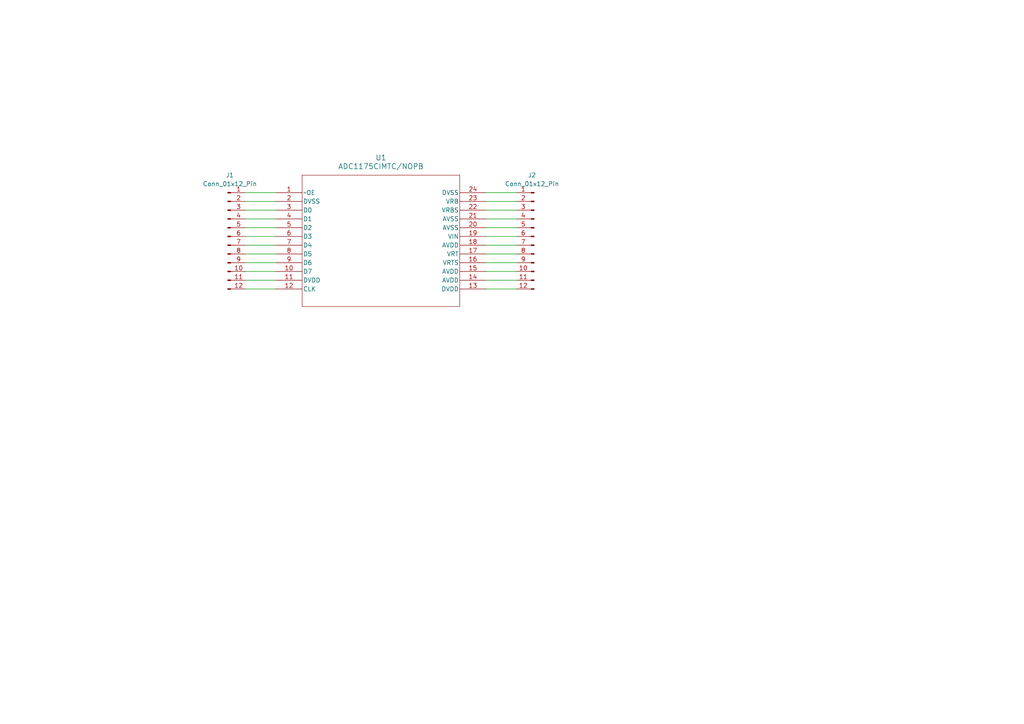
<source format=kicad_sch>
(kicad_sch (version 20230121) (generator eeschema)

  (uuid 90584027-5fe3-4566-ab51-951ca30c694d)

  (paper "A4")

  (lib_symbols
    (symbol "ADC1175CIMTC-NOPB:ADC1175CIMTC_NOPB" (pin_names (offset 0.254)) (in_bom yes) (on_board yes)
      (property "Reference" "U" (at 30.48 10.16 0)
        (effects (font (size 1.524 1.524)))
      )
      (property "Value" "ADC1175CIMTC/NOPB" (at 30.48 7.62 0)
        (effects (font (size 1.524 1.524)))
      )
      (property "Footprint" "MTC24_TEX" (at 0 0 0)
        (effects (font (size 1.27 1.27) italic) hide)
      )
      (property "Datasheet" "ADC1175CIMTC/NOPB" (at 0 0 0)
        (effects (font (size 1.27 1.27) italic) hide)
      )
      (property "ki_locked" "" (at 0 0 0)
        (effects (font (size 1.27 1.27)))
      )
      (property "ki_keywords" "ADC1175CIMTC/NOPB" (at 0 0 0)
        (effects (font (size 1.27 1.27)) hide)
      )
      (property "ki_fp_filters" "MTC24_TEX MTC24_TEX-M MTC24_TEX-L" (at 0 0 0)
        (effects (font (size 1.27 1.27)) hide)
      )
      (symbol "ADC1175CIMTC_NOPB_0_1"
        (polyline
          (pts
            (xy 7.62 -33.02)
            (xy 53.34 -33.02)
          )
          (stroke (width 0.127) (type default))
          (fill (type none))
        )
        (polyline
          (pts
            (xy 7.62 5.08)
            (xy 7.62 -33.02)
          )
          (stroke (width 0.127) (type default))
          (fill (type none))
        )
        (polyline
          (pts
            (xy 53.34 -33.02)
            (xy 53.34 5.08)
          )
          (stroke (width 0.127) (type default))
          (fill (type none))
        )
        (polyline
          (pts
            (xy 53.34 5.08)
            (xy 7.62 5.08)
          )
          (stroke (width 0.127) (type default))
          (fill (type none))
        )
        (pin input line (at 0 0 0) (length 7.62)
          (name "~OE" (effects (font (size 1.27 1.27))))
          (number "1" (effects (font (size 1.27 1.27))))
        )
        (pin output line (at 0 -22.86 0) (length 7.62)
          (name "D7" (effects (font (size 1.27 1.27))))
          (number "10" (effects (font (size 1.27 1.27))))
        )
        (pin power_in line (at 0 -25.4 0) (length 7.62)
          (name "DVDD" (effects (font (size 1.27 1.27))))
          (number "11" (effects (font (size 1.27 1.27))))
        )
        (pin input line (at 0 -27.94 0) (length 7.62)
          (name "CLK" (effects (font (size 1.27 1.27))))
          (number "12" (effects (font (size 1.27 1.27))))
        )
        (pin power_in line (at 60.96 -27.94 180) (length 7.62)
          (name "DVDD" (effects (font (size 1.27 1.27))))
          (number "13" (effects (font (size 1.27 1.27))))
        )
        (pin power_in line (at 60.96 -25.4 180) (length 7.62)
          (name "AVDD" (effects (font (size 1.27 1.27))))
          (number "14" (effects (font (size 1.27 1.27))))
        )
        (pin power_in line (at 60.96 -22.86 180) (length 7.62)
          (name "AVDD" (effects (font (size 1.27 1.27))))
          (number "15" (effects (font (size 1.27 1.27))))
        )
        (pin passive line (at 60.96 -20.32 180) (length 7.62)
          (name "VRTS" (effects (font (size 1.27 1.27))))
          (number "16" (effects (font (size 1.27 1.27))))
        )
        (pin input line (at 60.96 -17.78 180) (length 7.62)
          (name "VRT" (effects (font (size 1.27 1.27))))
          (number "17" (effects (font (size 1.27 1.27))))
        )
        (pin power_in line (at 60.96 -15.24 180) (length 7.62)
          (name "AVDD" (effects (font (size 1.27 1.27))))
          (number "18" (effects (font (size 1.27 1.27))))
        )
        (pin input line (at 60.96 -12.7 180) (length 7.62)
          (name "VIN" (effects (font (size 1.27 1.27))))
          (number "19" (effects (font (size 1.27 1.27))))
        )
        (pin power_in line (at 0 -2.54 0) (length 7.62)
          (name "DVSS" (effects (font (size 1.27 1.27))))
          (number "2" (effects (font (size 1.27 1.27))))
        )
        (pin power_in line (at 60.96 -10.16 180) (length 7.62)
          (name "AVSS" (effects (font (size 1.27 1.27))))
          (number "20" (effects (font (size 1.27 1.27))))
        )
        (pin power_in line (at 60.96 -7.62 180) (length 7.62)
          (name "AVSS" (effects (font (size 1.27 1.27))))
          (number "21" (effects (font (size 1.27 1.27))))
        )
        (pin passive line (at 60.96 -5.08 180) (length 7.62)
          (name "VRBS" (effects (font (size 1.27 1.27))))
          (number "22" (effects (font (size 1.27 1.27))))
        )
        (pin input line (at 60.96 -2.54 180) (length 7.62)
          (name "VRB" (effects (font (size 1.27 1.27))))
          (number "23" (effects (font (size 1.27 1.27))))
        )
        (pin power_in line (at 60.96 0 180) (length 7.62)
          (name "DVSS" (effects (font (size 1.27 1.27))))
          (number "24" (effects (font (size 1.27 1.27))))
        )
        (pin output line (at 0 -5.08 0) (length 7.62)
          (name "D0" (effects (font (size 1.27 1.27))))
          (number "3" (effects (font (size 1.27 1.27))))
        )
        (pin output line (at 0 -7.62 0) (length 7.62)
          (name "D1" (effects (font (size 1.27 1.27))))
          (number "4" (effects (font (size 1.27 1.27))))
        )
        (pin output line (at 0 -10.16 0) (length 7.62)
          (name "D2" (effects (font (size 1.27 1.27))))
          (number "5" (effects (font (size 1.27 1.27))))
        )
        (pin output line (at 0 -12.7 0) (length 7.62)
          (name "D3" (effects (font (size 1.27 1.27))))
          (number "6" (effects (font (size 1.27 1.27))))
        )
        (pin output line (at 0 -15.24 0) (length 7.62)
          (name "D4" (effects (font (size 1.27 1.27))))
          (number "7" (effects (font (size 1.27 1.27))))
        )
        (pin output line (at 0 -17.78 0) (length 7.62)
          (name "D5" (effects (font (size 1.27 1.27))))
          (number "8" (effects (font (size 1.27 1.27))))
        )
        (pin output line (at 0 -20.32 0) (length 7.62)
          (name "D6" (effects (font (size 1.27 1.27))))
          (number "9" (effects (font (size 1.27 1.27))))
        )
      )
    )
    (symbol "Connector:Conn_01x12_Pin" (pin_names (offset 1.016) hide) (in_bom yes) (on_board yes)
      (property "Reference" "J" (at 0 15.24 0)
        (effects (font (size 1.27 1.27)))
      )
      (property "Value" "Conn_01x12_Pin" (at 0 -17.78 0)
        (effects (font (size 1.27 1.27)))
      )
      (property "Footprint" "" (at 0 0 0)
        (effects (font (size 1.27 1.27)) hide)
      )
      (property "Datasheet" "~" (at 0 0 0)
        (effects (font (size 1.27 1.27)) hide)
      )
      (property "ki_locked" "" (at 0 0 0)
        (effects (font (size 1.27 1.27)))
      )
      (property "ki_keywords" "connector" (at 0 0 0)
        (effects (font (size 1.27 1.27)) hide)
      )
      (property "ki_description" "Generic connector, single row, 01x12, script generated" (at 0 0 0)
        (effects (font (size 1.27 1.27)) hide)
      )
      (property "ki_fp_filters" "Connector*:*_1x??_*" (at 0 0 0)
        (effects (font (size 1.27 1.27)) hide)
      )
      (symbol "Conn_01x12_Pin_1_1"
        (polyline
          (pts
            (xy 1.27 -15.24)
            (xy 0.8636 -15.24)
          )
          (stroke (width 0.1524) (type default))
          (fill (type none))
        )
        (polyline
          (pts
            (xy 1.27 -12.7)
            (xy 0.8636 -12.7)
          )
          (stroke (width 0.1524) (type default))
          (fill (type none))
        )
        (polyline
          (pts
            (xy 1.27 -10.16)
            (xy 0.8636 -10.16)
          )
          (stroke (width 0.1524) (type default))
          (fill (type none))
        )
        (polyline
          (pts
            (xy 1.27 -7.62)
            (xy 0.8636 -7.62)
          )
          (stroke (width 0.1524) (type default))
          (fill (type none))
        )
        (polyline
          (pts
            (xy 1.27 -5.08)
            (xy 0.8636 -5.08)
          )
          (stroke (width 0.1524) (type default))
          (fill (type none))
        )
        (polyline
          (pts
            (xy 1.27 -2.54)
            (xy 0.8636 -2.54)
          )
          (stroke (width 0.1524) (type default))
          (fill (type none))
        )
        (polyline
          (pts
            (xy 1.27 0)
            (xy 0.8636 0)
          )
          (stroke (width 0.1524) (type default))
          (fill (type none))
        )
        (polyline
          (pts
            (xy 1.27 2.54)
            (xy 0.8636 2.54)
          )
          (stroke (width 0.1524) (type default))
          (fill (type none))
        )
        (polyline
          (pts
            (xy 1.27 5.08)
            (xy 0.8636 5.08)
          )
          (stroke (width 0.1524) (type default))
          (fill (type none))
        )
        (polyline
          (pts
            (xy 1.27 7.62)
            (xy 0.8636 7.62)
          )
          (stroke (width 0.1524) (type default))
          (fill (type none))
        )
        (polyline
          (pts
            (xy 1.27 10.16)
            (xy 0.8636 10.16)
          )
          (stroke (width 0.1524) (type default))
          (fill (type none))
        )
        (polyline
          (pts
            (xy 1.27 12.7)
            (xy 0.8636 12.7)
          )
          (stroke (width 0.1524) (type default))
          (fill (type none))
        )
        (rectangle (start 0.8636 -15.113) (end 0 -15.367)
          (stroke (width 0.1524) (type default))
          (fill (type outline))
        )
        (rectangle (start 0.8636 -12.573) (end 0 -12.827)
          (stroke (width 0.1524) (type default))
          (fill (type outline))
        )
        (rectangle (start 0.8636 -10.033) (end 0 -10.287)
          (stroke (width 0.1524) (type default))
          (fill (type outline))
        )
        (rectangle (start 0.8636 -7.493) (end 0 -7.747)
          (stroke (width 0.1524) (type default))
          (fill (type outline))
        )
        (rectangle (start 0.8636 -4.953) (end 0 -5.207)
          (stroke (width 0.1524) (type default))
          (fill (type outline))
        )
        (rectangle (start 0.8636 -2.413) (end 0 -2.667)
          (stroke (width 0.1524) (type default))
          (fill (type outline))
        )
        (rectangle (start 0.8636 0.127) (end 0 -0.127)
          (stroke (width 0.1524) (type default))
          (fill (type outline))
        )
        (rectangle (start 0.8636 2.667) (end 0 2.413)
          (stroke (width 0.1524) (type default))
          (fill (type outline))
        )
        (rectangle (start 0.8636 5.207) (end 0 4.953)
          (stroke (width 0.1524) (type default))
          (fill (type outline))
        )
        (rectangle (start 0.8636 7.747) (end 0 7.493)
          (stroke (width 0.1524) (type default))
          (fill (type outline))
        )
        (rectangle (start 0.8636 10.287) (end 0 10.033)
          (stroke (width 0.1524) (type default))
          (fill (type outline))
        )
        (rectangle (start 0.8636 12.827) (end 0 12.573)
          (stroke (width 0.1524) (type default))
          (fill (type outline))
        )
        (pin passive line (at 5.08 12.7 180) (length 3.81)
          (name "Pin_1" (effects (font (size 1.27 1.27))))
          (number "1" (effects (font (size 1.27 1.27))))
        )
        (pin passive line (at 5.08 -10.16 180) (length 3.81)
          (name "Pin_10" (effects (font (size 1.27 1.27))))
          (number "10" (effects (font (size 1.27 1.27))))
        )
        (pin passive line (at 5.08 -12.7 180) (length 3.81)
          (name "Pin_11" (effects (font (size 1.27 1.27))))
          (number "11" (effects (font (size 1.27 1.27))))
        )
        (pin passive line (at 5.08 -15.24 180) (length 3.81)
          (name "Pin_12" (effects (font (size 1.27 1.27))))
          (number "12" (effects (font (size 1.27 1.27))))
        )
        (pin passive line (at 5.08 10.16 180) (length 3.81)
          (name "Pin_2" (effects (font (size 1.27 1.27))))
          (number "2" (effects (font (size 1.27 1.27))))
        )
        (pin passive line (at 5.08 7.62 180) (length 3.81)
          (name "Pin_3" (effects (font (size 1.27 1.27))))
          (number "3" (effects (font (size 1.27 1.27))))
        )
        (pin passive line (at 5.08 5.08 180) (length 3.81)
          (name "Pin_4" (effects (font (size 1.27 1.27))))
          (number "4" (effects (font (size 1.27 1.27))))
        )
        (pin passive line (at 5.08 2.54 180) (length 3.81)
          (name "Pin_5" (effects (font (size 1.27 1.27))))
          (number "5" (effects (font (size 1.27 1.27))))
        )
        (pin passive line (at 5.08 0 180) (length 3.81)
          (name "Pin_6" (effects (font (size 1.27 1.27))))
          (number "6" (effects (font (size 1.27 1.27))))
        )
        (pin passive line (at 5.08 -2.54 180) (length 3.81)
          (name "Pin_7" (effects (font (size 1.27 1.27))))
          (number "7" (effects (font (size 1.27 1.27))))
        )
        (pin passive line (at 5.08 -5.08 180) (length 3.81)
          (name "Pin_8" (effects (font (size 1.27 1.27))))
          (number "8" (effects (font (size 1.27 1.27))))
        )
        (pin passive line (at 5.08 -7.62 180) (length 3.81)
          (name "Pin_9" (effects (font (size 1.27 1.27))))
          (number "9" (effects (font (size 1.27 1.27))))
        )
      )
    )
  )


  (wire (pts (xy 71.12 78.74) (xy 80.01 78.74))
    (stroke (width 0) (type default))
    (uuid 100aa95e-9555-4d90-89ac-1fd6f205f738)
  )
  (wire (pts (xy 140.97 66.04) (xy 149.86 66.04))
    (stroke (width 0) (type default))
    (uuid 1e023123-9631-4380-8636-95fd0f5978d8)
  )
  (wire (pts (xy 71.12 71.12) (xy 80.01 71.12))
    (stroke (width 0) (type default))
    (uuid 2d3257dd-05c7-4387-8eff-a705b64e91ac)
  )
  (wire (pts (xy 140.97 76.2) (xy 149.86 76.2))
    (stroke (width 0) (type default))
    (uuid 354857a3-4a73-4943-be4b-df593ec4b1e7)
  )
  (wire (pts (xy 140.97 60.96) (xy 149.86 60.96))
    (stroke (width 0) (type default))
    (uuid 3651818c-e2d9-41ef-bb19-a2f11e4ac7ea)
  )
  (wire (pts (xy 140.97 73.66) (xy 149.86 73.66))
    (stroke (width 0) (type default))
    (uuid 39fe3c6d-49e5-4e36-b6db-f65ce6fe7797)
  )
  (wire (pts (xy 140.97 58.42) (xy 149.86 58.42))
    (stroke (width 0) (type default))
    (uuid 4471f9c5-472f-4d3c-bb59-79c82ece084a)
  )
  (wire (pts (xy 140.97 83.82) (xy 149.86 83.82))
    (stroke (width 0) (type default))
    (uuid 488c961e-33a5-44cd-827c-d18a3780cd35)
  )
  (wire (pts (xy 140.97 78.74) (xy 149.86 78.74))
    (stroke (width 0) (type default))
    (uuid 48bc1ce4-f35d-435f-9050-003b7d18900d)
  )
  (wire (pts (xy 140.97 68.58) (xy 149.86 68.58))
    (stroke (width 0) (type default))
    (uuid 4d5f07ed-d050-4b59-bd6b-8b4c6ac2d2a4)
  )
  (wire (pts (xy 71.12 68.58) (xy 80.01 68.58))
    (stroke (width 0) (type default))
    (uuid 518a2c6c-dbaf-4554-9dac-3505e8315a90)
  )
  (wire (pts (xy 71.12 83.82) (xy 80.01 83.82))
    (stroke (width 0) (type default))
    (uuid 6e75251b-9c99-4aa8-a1e8-bbbf79baa3c7)
  )
  (wire (pts (xy 140.97 71.12) (xy 149.86 71.12))
    (stroke (width 0) (type default))
    (uuid 75072651-82bc-42d6-8733-5733afeb41f9)
  )
  (wire (pts (xy 71.12 55.88) (xy 80.01 55.88))
    (stroke (width 0) (type default))
    (uuid 7a6462e2-dd38-459f-93f6-ade27560166b)
  )
  (wire (pts (xy 140.97 81.28) (xy 149.86 81.28))
    (stroke (width 0) (type default))
    (uuid 8bf74853-4091-4bb3-b5d2-93c52571e77a)
  )
  (wire (pts (xy 71.12 66.04) (xy 80.01 66.04))
    (stroke (width 0) (type default))
    (uuid 8db4355e-2051-4ea8-a026-cfcb255a6130)
  )
  (wire (pts (xy 71.12 58.42) (xy 80.01 58.42))
    (stroke (width 0) (type default))
    (uuid 9c786523-4fd1-42b3-aad0-c49d22c83f13)
  )
  (wire (pts (xy 140.97 55.88) (xy 149.86 55.88))
    (stroke (width 0) (type default))
    (uuid afcb9c7f-8de2-4c0b-82b0-15e268f94554)
  )
  (wire (pts (xy 71.12 60.96) (xy 80.01 60.96))
    (stroke (width 0) (type default))
    (uuid c384a7ea-6b0a-44a4-aa49-09c70d43758e)
  )
  (wire (pts (xy 71.12 63.5) (xy 80.01 63.5))
    (stroke (width 0) (type default))
    (uuid c3882972-39a5-4300-9335-55c982297ef8)
  )
  (wire (pts (xy 71.12 81.28) (xy 80.01 81.28))
    (stroke (width 0) (type default))
    (uuid c60ace0c-5505-4ee1-b966-1074821f5394)
  )
  (wire (pts (xy 71.12 73.66) (xy 80.01 73.66))
    (stroke (width 0) (type default))
    (uuid df102684-60cc-4f6b-9699-2e82c21f0905)
  )
  (wire (pts (xy 71.12 76.2) (xy 80.01 76.2))
    (stroke (width 0) (type default))
    (uuid f207c11d-0dd8-4bc1-ac86-f4c32281889d)
  )
  (wire (pts (xy 140.97 63.5) (xy 149.86 63.5))
    (stroke (width 0) (type default))
    (uuid fe961807-7ac2-4312-bb51-64cdc795fc89)
  )

  (symbol (lib_id "ADC1175CIMTC-NOPB:ADC1175CIMTC_NOPB") (at 80.01 55.88 0) (unit 1)
    (in_bom yes) (on_board yes) (dnp no) (fields_autoplaced)
    (uuid 42250a13-fe30-4a63-ad16-ea866fd574b8)
    (property "Reference" "U1" (at 110.49 45.72 0)
      (effects (font (size 1.524 1.524)))
    )
    (property "Value" "ADC1175CIMTC/NOPB" (at 110.49 48.26 0)
      (effects (font (size 1.524 1.524)))
    )
    (property "Footprint" "MTC24_TEX" (at 80.01 55.88 0)
      (effects (font (size 1.27 1.27) italic) hide)
    )
    (property "Datasheet" "ADC1175CIMTC/NOPB" (at 80.01 55.88 0)
      (effects (font (size 1.27 1.27) italic) hide)
    )
    (pin "14" (uuid 2d7bf162-b65a-4ec7-8c4a-fd4b0bfead22))
    (pin "4" (uuid 3dc86d02-f312-4330-aae5-56b5be08df7e))
    (pin "16" (uuid 516e8df2-3ba7-4e26-add9-b5181b350843))
    (pin "17" (uuid b8a81d14-88b4-40b5-953c-e6e702f455d4))
    (pin "9" (uuid d1b51064-482d-43e7-93a8-038aff06cd1d))
    (pin "11" (uuid cbcfdb15-6803-45ad-92cb-6ed02fef63e6))
    (pin "10" (uuid a749dbda-536f-4582-979a-5f89fd932f8f))
    (pin "2" (uuid d571f72a-da67-402c-81fa-09622cd7d0bd))
    (pin "15" (uuid eab42d0b-219d-4a2b-8cbf-1f5b8cdcd3ea))
    (pin "12" (uuid 36cb5a0e-ec80-4924-9bbf-49280112d814))
    (pin "18" (uuid 2f46b350-8bc6-45a4-97c8-c659b0132d36))
    (pin "20" (uuid 27a3672c-d9b7-4a53-88b0-6cf62b293428))
    (pin "1" (uuid 5ab1299a-6e7b-4eab-952a-05a470f3f6e7))
    (pin "8" (uuid 106ab2ec-fe49-4a5f-8b44-00488c938e89))
    (pin "7" (uuid 93fda00c-231d-4f67-9c2a-b9baaf46f539))
    (pin "22" (uuid 85ad1584-6b6b-4f77-a048-913f42fb142f))
    (pin "19" (uuid d2867756-709b-426f-8b7c-37226980d10a))
    (pin "24" (uuid 935d9470-52fc-4ded-95f2-e0aa8117397f))
    (pin "13" (uuid 3bcdead8-37e2-4da7-803b-53008782ec45))
    (pin "6" (uuid 3e057353-9ab8-4d53-b3b3-a0e6c0ead7b3))
    (pin "21" (uuid a71e6b0a-ca6d-4d86-9a86-d0fa09e5a5b3))
    (pin "3" (uuid a9dbb48a-22ff-4018-8b6f-da8993b4d7e1))
    (pin "5" (uuid ca006a61-b7f2-41f7-ac28-d926be65077a))
    (pin "23" (uuid daaa8f00-e8d2-4741-9d52-60a143a45bf0))
    (instances
      (project "Adaptador ADC1175-50"
        (path "/90584027-5fe3-4566-ab51-951ca30c694d"
          (reference "U1") (unit 1)
        )
      )
    )
  )

  (symbol (lib_id "Connector:Conn_01x12_Pin") (at 154.94 68.58 0) (mirror y) (unit 1)
    (in_bom yes) (on_board yes) (dnp no)
    (uuid 4a01478f-3262-479d-b4df-4c1dd38020a9)
    (property "Reference" "J2" (at 154.305 50.8 0)
      (effects (font (size 1.27 1.27)))
    )
    (property "Value" "Conn_01x12_Pin" (at 154.305 53.34 0)
      (effects (font (size 1.27 1.27)))
    )
    (property "Footprint" "Connector_PinHeader_2.54mm:PinHeader_1x12_P2.54mm_Vertical" (at 154.94 68.58 0)
      (effects (font (size 1.27 1.27)) hide)
    )
    (property "Datasheet" "~" (at 154.94 68.58 0)
      (effects (font (size 1.27 1.27)) hide)
    )
    (pin "10" (uuid 50deafb4-da77-4aa5-87c8-690bbbf6e3f0))
    (pin "1" (uuid ce5ceaea-3155-4f14-9169-705fa3756dfd))
    (pin "2" (uuid 1d4c4ac0-db06-44a2-8f70-f380f9ef2135))
    (pin "3" (uuid e850ddf2-6a37-48f2-bd59-086e20133ce2))
    (pin "8" (uuid d3fb2b7a-b489-43f9-9533-5ea596af7731))
    (pin "11" (uuid 197ecbb1-e2be-4eb6-8b9c-d858f8e210e2))
    (pin "12" (uuid e467de74-161a-4304-8b41-8655f604367e))
    (pin "9" (uuid 1cbbe70a-348d-4eed-b50a-a0f7d7a90ff9))
    (pin "5" (uuid cd6174b4-2d87-4ea4-aced-79e4fb36fed2))
    (pin "7" (uuid 2f612bb8-8516-4de1-9ba0-50326bf5e574))
    (pin "4" (uuid 3a736184-e8aa-44d5-9075-8219f74e5486))
    (pin "6" (uuid 8cfbcaca-c29c-41a7-b71f-c20abc912829))
    (instances
      (project "Adaptador ADC1175-50"
        (path "/90584027-5fe3-4566-ab51-951ca30c694d"
          (reference "J2") (unit 1)
        )
      )
    )
  )

  (symbol (lib_id "Connector:Conn_01x12_Pin") (at 66.04 68.58 0) (unit 1)
    (in_bom yes) (on_board yes) (dnp no) (fields_autoplaced)
    (uuid 736f21c7-fc4c-4ca1-8be1-e971655a8fdd)
    (property "Reference" "J1" (at 66.675 50.8 0)
      (effects (font (size 1.27 1.27)))
    )
    (property "Value" "Conn_01x12_Pin" (at 66.675 53.34 0)
      (effects (font (size 1.27 1.27)))
    )
    (property "Footprint" "Connector_PinHeader_2.54mm:PinHeader_1x12_P2.54mm_Vertical" (at 66.04 68.58 0)
      (effects (font (size 1.27 1.27)) hide)
    )
    (property "Datasheet" "~" (at 66.04 68.58 0)
      (effects (font (size 1.27 1.27)) hide)
    )
    (pin "12" (uuid f7a6ab0d-94d5-4d88-adc2-7d50dca83efd))
    (pin "9" (uuid 22204e16-833e-49c5-b0c4-b090b6b0d03e))
    (pin "8" (uuid 67484b2e-4f74-432c-9700-d6a3a9f35bf9))
    (pin "7" (uuid fedd19fd-84aa-4ee4-9552-b510b7d3a8ec))
    (pin "3" (uuid a1b54fb7-68b2-4356-b1dc-684a38ed6035))
    (pin "1" (uuid bcce4828-8204-4491-a0f7-4dbbda32aaf0))
    (pin "2" (uuid 60b08db8-ceef-43f0-bf89-5487ba26dae7))
    (pin "11" (uuid d369e282-3342-4f16-8fe0-b3b437b82a3c))
    (pin "10" (uuid babbaf07-4935-4309-bf4d-126798458f5f))
    (pin "5" (uuid a0e5e78a-70f3-475d-b5dd-228556b90c5c))
    (pin "6" (uuid 643baddf-4dd6-4da8-afc9-82ae7eadab22))
    (pin "4" (uuid 55314b31-9d30-4096-910b-07161909ea98))
    (instances
      (project "Adaptador ADC1175-50"
        (path "/90584027-5fe3-4566-ab51-951ca30c694d"
          (reference "J1") (unit 1)
        )
      )
    )
  )

  (sheet_instances
    (path "/" (page "1"))
  )
)

</source>
